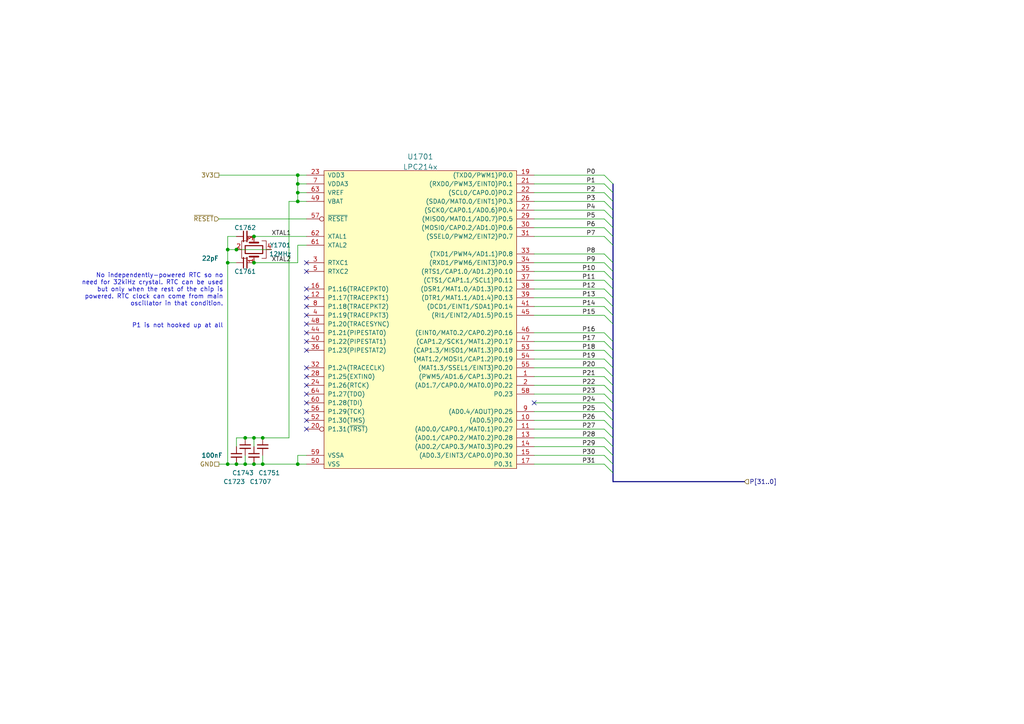
<source format=kicad_sch>
(kicad_sch (version 20211123) (generator eeschema)
  (paper "A4")
  (lib_symbols
    (symbol "Device:C_Small" (pin_numbers hide) (pin_names (offset 0.254) hide)
      (property "Reference" "C" (at 0.254 1.778 0))
      (property "Value" "C_Small" (at 0.254 -2.032 0))
      (symbol "C_Small_0_1"
        (polyline (pts (xy -1.524 -0.508) (xy 1.524 -0.508)) (stroke (width 0.3302)))
        (polyline (pts (xy -1.524 0.508) (xy 1.524 0.508)) (stroke (width 0.3048)))
      )
      (symbol "C_Small_1_1"
        (pin passive line (at 0 2.54 270) (length 2.032) (name "~") (number "1"))
        (pin passive line (at 0 -2.54 90) (length 2.032) (name "~") (number "2"))
      )
    )
    (symbol "Device:Crystal_GND24" (pin_names (offset 1.016) hide)
      (property "Reference" "Y" (at 3.175 5.08 0))
      (property "Value" "Crystal_GND24" (at 3.175 3.175 0))
      (symbol "Crystal_GND24_0_1"
        (rectangle (start -1.143 2.54) (end 1.143 -2.54) (stroke (width 0.3048)))
        (polyline (pts (xy -2.54 0) (xy -2.032 0)))
        (polyline (pts (xy -2.032 -1.27) (xy -2.032 1.27)) (stroke (width 0.508)))
        (polyline (pts (xy 0 -3.81) (xy 0 -3.556)))
        (polyline (pts (xy 0 3.556) (xy 0 3.81)))
        (polyline (pts (xy 2.032 -1.27) (xy 2.032 1.27)) (stroke (width 0.508)))
        (polyline (pts (xy 2.032 0) (xy 2.54 0)))
        (polyline (pts (xy -2.54 -2.286) (xy -2.54 -3.556) (xy 2.54 -3.556) (xy 2.54 -2.286)))
        (polyline (pts (xy -2.54 2.286) (xy -2.54 3.556) (xy 2.54 3.556) (xy 2.54 2.286)))
      )
      (symbol "Crystal_GND24_1_1"
        (pin passive line (at -3.81 0 0) (length 1.27) (name "1") (number "1"))
        (pin passive line (at 0 5.08 270) (length 1.27) (name "2") (number "2"))
        (pin passive line (at 3.81 0 180) (length 1.27) (name "3") (number "3"))
        (pin passive line (at 0 -5.08 90) (length 1.27) (name "4") (number "4"))
      )
    )
    (symbol "KwanSystems:LPC214x" (pin_names (offset 1.016))
      (property "Reference" "U" (at 59.69 35.56 0))
      (property "Value" "LPC214x" (at 10.16 35.56 0))
      (symbol "LPC214x_0_1"
        (rectangle (start 5.08 34.29) (end 60.96 -52.07) (fill (type background)))
      )
      (symbol "LPC214x_1_1"
        (pin bidirectional line (at 66.04 -25.4 180) (length 5.08) (name "(PWM5/AD1.6/CAP1.3)P0.21") (number "1"))
        (pin bidirectional line (at 66.04 -38.1 180) (length 5.08) (name "(AD0.5)P0.26") (number "10"))
        (pin bidirectional line (at 66.04 -40.64 180) (length 5.08) (name "(AD0.0/CAP0.1/MAT0.1)P0.27") (number "11"))
        (pin bidirectional line (at 0 -2.54 0) (length 5.08) (name "P1.17(TRACEPKT1)") (number "12"))
        (pin bidirectional line (at 66.04 -43.18 180) (length 5.08) (name "(AD0.1/CAP0.2/MAT0.2)P0.28") (number "13"))
        (pin bidirectional line (at 66.04 -45.72 180) (length 5.08) (name "(AD0.2/CAP0.3/MAT0.3)P0.29") (number "14"))
        (pin bidirectional line (at 66.04 -48.26 180) (length 5.08) (name "(AD0.3/EINT3/CAP0.0)P0.30") (number "15"))
        (pin bidirectional line (at 0 0 0) (length 5.08) (name "P1.16(TRACEPKT0)") (number "16"))
        (pin bidirectional line (at 66.04 -50.8 180) (length 5.08) (name "P0.31") (number "17"))
        (pin power_in line (at 0 -50.8 0) (length 5.08) hide (name "VSS") (number "18"))
        (pin bidirectional line (at 66.04 33.02 180) (length 5.08) (name "(TXD0/PWM1)P0.0") (number "19"))
        (pin bidirectional line (at 66.04 -27.94 180) (length 5.08) (name "(AD1.7/CAP0.0/MAT0.0)P0.22") (number "2"))
        (pin bidirectional inverted (at 0 -40.64 0) (length 5.08) (name "P1.31(~{TRST})") (number "20"))
        (pin bidirectional line (at 66.04 30.48 180) (length 5.08) (name "(RXD0/PWM3/EINT0)P0.1") (number "21"))
        (pin bidirectional line (at 66.04 27.94 180) (length 5.08) (name "(SCL0/CAP0.0)P0.2") (number "22"))
        (pin power_in line (at 0 33.02 0) (length 5.08) (name "VDD3") (number "23"))
        (pin bidirectional line (at 0 -27.94 0) (length 5.08) (name "P1.26(RTCK)") (number "24"))
        (pin power_in line (at 0 -50.8 0) (length 5.08) hide (name "VSS") (number "25"))
        (pin bidirectional line (at 66.04 25.4 180) (length 5.08) (name "(SDA0/MAT0.0/EINT1)P0.3") (number "26"))
        (pin bidirectional line (at 66.04 22.86 180) (length 5.08) (name "(SCK0/CAP0.1/AD0.6)P0.4") (number "27"))
        (pin bidirectional line (at 0 -25.4 0) (length 5.08) (name "P1.25(EXTIN0)") (number "28"))
        (pin bidirectional line (at 66.04 20.32 180) (length 5.08) (name "(MISO0/MAT0.1/AD0.7)P0.5") (number "29"))
        (pin input line (at 0 7.62 0) (length 5.08) (name "RTXC1") (number "3"))
        (pin bidirectional line (at 66.04 17.78 180) (length 5.08) (name "(MOSI0/CAP0.2/AD1.0)P0.6") (number "30"))
        (pin bidirectional line (at 66.04 15.24 180) (length 5.08) (name "(SSEL0/PWM2/EINT2)P0.7") (number "31"))
        (pin bidirectional line (at 0 -22.86 0) (length 5.08) (name "P1.24(TRACECLK)") (number "32"))
        (pin bidirectional line (at 66.04 10.16 180) (length 5.08) (name "(TXD1/PWM4/AD1.1)P0.8") (number "33"))
        (pin bidirectional line (at 66.04 7.62 180) (length 5.08) (name "(RXD1/PWM6/EINT3)P0.9") (number "34"))
        (pin bidirectional line (at 66.04 5.08 180) (length 5.08) (name "(RTS1/CAP1.0/AD1.2)P0.10") (number "35"))
        (pin bidirectional line (at 0 -17.78 0) (length 5.08) (name "P1.23(PIPESTAT2)") (number "36"))
        (pin bidirectional line (at 66.04 2.54 180) (length 5.08) (name "(CTS1/CAP1.1/SCL1)P0.11") (number "37"))
        (pin bidirectional line (at 66.04 0 180) (length 5.08) (name "(DSR1/MAT1.0/AD1.3)P0.12") (number "38"))
        (pin bidirectional line (at 66.04 -2.54 180) (length 5.08) (name "(DTR1/MAT1.1/AD1.4)P0.13") (number "39"))
        (pin bidirectional line (at 0 -7.62 0) (length 5.08) (name "P1.19(TRACEPKT3)") (number "4"))
        (pin bidirectional line (at 0 -15.24 0) (length 5.08) (name "P1.22(PIPESTAT1)") (number "40"))
        (pin bidirectional line (at 66.04 -5.08 180) (length 5.08) (name "(DCD1/EINT1/SDA1)P0.14") (number "41"))
        (pin power_in line (at 0 -50.8 0) (length 5.08) hide (name "VSS") (number "42"))
        (pin power_in line (at 0 33.02 0) (length 5.08) hide (name "VDD3-2") (number "43"))
        (pin bidirectional line (at 0 -12.7 0) (length 5.08) (name "P1.21(PIPESTAT0)") (number "44"))
        (pin bidirectional line (at 66.04 -7.62 180) (length 5.08) (name "(RI1/EINT2/AD1.5)P0.15") (number "45"))
        (pin bidirectional line (at 66.04 -12.7 180) (length 5.08) (name "(EINT0/MAT0.2/CAP0.2)P0.16") (number "46"))
        (pin bidirectional line (at 66.04 -15.24 180) (length 5.08) (name "(CAP1.2/SCK1/MAT1.2)P0.17") (number "47"))
        (pin bidirectional line (at 0 -10.16 0) (length 5.08) (name "P1.20(TRACESYNC)") (number "48"))
        (pin power_in line (at 0 25.4 0) (length 5.08) (name "VBAT") (number "49"))
        (pin output line (at 0 5.08 0) (length 5.08) (name "RTXC2") (number "5"))
        (pin power_in line (at 0 -50.8 0) (length 5.08) (name "VSS") (number "50"))
        (pin power_in line (at 0 33.02 0) (length 5.08) hide (name "VDD3-3") (number "51"))
        (pin bidirectional line (at 0 -38.1 0) (length 5.08) (name "P1.30(TMS)") (number "52"))
        (pin bidirectional line (at 66.04 -17.78 180) (length 5.08) (name "(CAP1.3/MISO1/MAT1.3)P0.18") (number "53"))
        (pin bidirectional line (at 66.04 -20.32 180) (length 5.08) (name "(MAT1.2/MOSI1/CAP1.2)P0.19") (number "54"))
        (pin bidirectional line (at 66.04 -22.86 180) (length 5.08) (name "(MAT1.3/SSEL1/EINT3)P0.20") (number "55"))
        (pin bidirectional line (at 0 -35.56 0) (length 5.08) (name "P1.29(TCK)") (number "56"))
        (pin input inverted (at 0 20.32 0) (length 5.08) (name "~{RESET}") (number "57"))
        (pin bidirectional line (at 66.04 -30.48 180) (length 5.08) (name "P0.23") (number "58"))
        (pin power_in line (at 0 -48.26 0) (length 5.08) (name "VSSA") (number "59"))
        (pin power_in line (at 0 -50.8 0) (length 5.08) hide (name "VSS") (number "6"))
        (pin bidirectional line (at 0 -33.02 0) (length 5.08) (name "P1.28(TDI)") (number "60"))
        (pin output line (at 0 12.7 0) (length 5.08) (name "XTAL2") (number "61"))
        (pin input line (at 0 15.24 0) (length 5.08) (name "XTAL1") (number "62"))
        (pin input line (at 0 27.94 0) (length 5.08) (name "VREF") (number "63"))
        (pin bidirectional line (at 0 -30.48 0) (length 5.08) (name "P1.27(TDO)") (number "64"))
        (pin power_in line (at 0 30.48 0) (length 5.08) (name "VDDA3") (number "7"))
        (pin bidirectional line (at 0 -5.08 0) (length 5.08) (name "P1.18(TRACEPKT2)") (number "8"))
        (pin bidirectional line (at 66.04 -35.56 180) (length 5.08) (name "(AD0.4/AOUT)P0.25") (number "9"))
      )
    )
  )
  (junction (at 66.04 76.2))
  (junction (at 66.04 134.62))
  (junction (at 71.12 127))
  (junction (at 86.36 53.34))
  (junction (at 86.36 50.8))
  (junction (at 86.36 55.88))
  (junction (at 73.66 76.2))
  (junction (at 86.36 134.62))
  (junction (at 68.58 134.62))
  (junction (at 76.2 127))
  (junction (at 68.58 72.39))
  (junction (at 73.66 68.58))
  (junction (at 73.66 134.62))
  (junction (at 76.2 134.62))
  (junction (at 73.66 127))
  (junction (at 71.12 134.62))
  (junction (at 86.36 58.42))
  (junction (at 66.04 72.39))
  (no_connect (at 88.9 83.82))
  (no_connect (at 88.9 99.06))
  (no_connect (at 88.9 91.44))
  (no_connect (at 88.9 119.38))
  (no_connect (at 88.9 124.46))
  (no_connect (at 88.9 121.92))
  (no_connect (at 88.9 101.6))
  (no_connect (at 154.94 116.84))
  (no_connect (at 88.9 111.76))
  (no_connect (at 88.9 88.9))
  (no_connect (at 88.9 114.3))
  (no_connect (at 88.9 76.2))
  (no_connect (at 88.9 78.74))
  (no_connect (at 88.9 93.98))
  (no_connect (at 88.9 116.84))
  (no_connect (at 88.9 96.52))
  (no_connect (at 88.9 86.36))
  (no_connect (at 88.9 109.22))
  (no_connect (at 88.9 106.68))
  (bus_entry (at 175.26 111.76) (size 2.54 2.54))
  (bus_entry (at 175.26 68.58) (size 2.54 2.54))
  (bus_entry (at 175.26 134.62) (size 2.54 2.54))
  (bus_entry (at 175.26 83.82) (size 2.54 2.54))
  (bus_entry (at 175.26 129.54) (size 2.54 2.54))
  (bus_entry (at 175.26 50.8) (size 2.54 2.54))
  (bus_entry (at 175.26 86.36) (size 2.54 2.54))
  (bus_entry (at 175.26 106.68) (size 2.54 2.54))
  (bus_entry (at 175.26 121.92) (size 2.54 2.54))
  (bus_entry (at 175.26 99.06) (size 2.54 2.54))
  (bus_entry (at 175.26 124.46) (size 2.54 2.54))
  (bus_entry (at 175.26 104.14) (size 2.54 2.54))
  (bus_entry (at 175.26 101.6) (size 2.54 2.54))
  (bus_entry (at 175.26 53.34) (size 2.54 2.54))
  (bus_entry (at 175.26 60.96) (size 2.54 2.54))
  (bus_entry (at 175.26 73.66) (size 2.54 2.54))
  (bus_entry (at 175.26 114.3) (size 2.54 2.54))
  (bus_entry (at 175.26 78.74) (size 2.54 2.54))
  (bus_entry (at 175.26 116.84) (size 2.54 2.54))
  (bus_entry (at 175.26 127) (size 2.54 2.54))
  (bus_entry (at 175.26 58.42) (size 2.54 2.54))
  (bus_entry (at 175.26 55.88) (size 2.54 2.54))
  (bus_entry (at 175.26 132.08) (size 2.54 2.54))
  (bus_entry (at 175.26 76.2) (size 2.54 2.54))
  (bus_entry (at 175.26 109.22) (size 2.54 2.54))
  (bus_entry (at 175.26 81.28) (size 2.54 2.54))
  (bus_entry (at 175.26 88.9) (size 2.54 2.54))
  (bus_entry (at 175.26 63.5) (size 2.54 2.54))
  (bus_entry (at 175.26 119.38) (size 2.54 2.54))
  (bus_entry (at 175.26 96.52) (size 2.54 2.54))
  (bus_entry (at 175.26 66.04) (size 2.54 2.54))
  (bus_entry (at 175.26 91.44) (size 2.54 2.54))
  (wire (pts (xy 154.94 50.8) (xy 175.26 50.8)))
  (bus (pts (xy 177.8 129.54) (xy 177.8 132.08)))
  (wire (pts (xy 66.04 76.2) (xy 66.04 134.62)))
  (wire (pts (xy 154.94 91.44) (xy 175.26 91.44)))
  (bus (pts (xy 177.8 132.08) (xy 177.8 134.62)))
  (wire (pts (xy 86.36 76.2) (xy 73.66 76.2)))
  (bus (pts (xy 177.8 68.58) (xy 177.8 71.12)))
  (bus (pts (xy 177.8 137.16) (xy 177.8 139.7)))
  (wire (pts (xy 154.94 119.38) (xy 175.26 119.38)))
  (bus (pts (xy 177.8 134.62) (xy 177.8 137.16)))
  (wire (pts (xy 86.36 55.88) (xy 86.36 58.42)))
  (wire (pts (xy 68.58 68.58) (xy 66.04 68.58)))
  (wire (pts (xy 154.94 116.84) (xy 175.26 116.84)))
  (wire (pts (xy 154.94 53.34) (xy 175.26 53.34)))
  (wire (pts (xy 154.94 124.46) (xy 175.26 124.46)))
  (wire (pts (xy 68.58 72.39) (xy 78.74 72.39)))
  (wire (pts (xy 76.2 134.62) (xy 86.36 134.62)))
  (wire (pts (xy 68.58 134.62) (xy 71.12 134.62)))
  (bus (pts (xy 177.8 116.84) (xy 177.8 119.38)))
  (bus (pts (xy 177.8 111.76) (xy 177.8 114.3)))
  (bus (pts (xy 177.8 139.7) (xy 215.9 139.7)))
  (wire (pts (xy 154.94 111.76) (xy 175.26 111.76)))
  (wire (pts (xy 154.94 132.08) (xy 175.26 132.08)))
  (bus (pts (xy 177.8 81.28) (xy 177.8 83.82)))
  (wire (pts (xy 86.36 50.8) (xy 86.36 53.34)))
  (bus (pts (xy 177.8 121.92) (xy 177.8 124.46)))
  (wire (pts (xy 66.04 72.39) (xy 68.58 72.39)))
  (bus (pts (xy 177.8 83.82) (xy 177.8 86.36)))
  (wire (pts (xy 154.94 63.5) (xy 175.26 63.5)))
  (bus (pts (xy 177.8 124.46) (xy 177.8 127)))
  (wire (pts (xy 154.94 96.52) (xy 175.26 96.52)))
  (bus (pts (xy 177.8 119.38) (xy 177.8 121.92)))
  (bus (pts (xy 177.8 109.22) (xy 177.8 111.76)))
  (wire (pts (xy 154.94 104.14) (xy 175.26 104.14)))
  (wire (pts (xy 154.94 86.36) (xy 175.26 86.36)))
  (wire (pts (xy 86.36 58.42) (xy 83.82 58.42)))
  (bus (pts (xy 177.8 55.88) (xy 177.8 58.42)))
  (bus (pts (xy 177.8 88.9) (xy 177.8 91.44)))
  (wire (pts (xy 76.2 127) (xy 73.66 127)))
  (wire (pts (xy 86.36 53.34) (xy 86.36 55.88)))
  (bus (pts (xy 177.8 99.06) (xy 177.8 101.6)))
  (wire (pts (xy 154.94 114.3) (xy 175.26 114.3)))
  (wire (pts (xy 68.58 127) (xy 68.58 129.54)))
  (wire (pts (xy 154.94 109.22) (xy 175.26 109.22)))
  (wire (pts (xy 73.66 68.58) (xy 88.9 68.58)))
  (bus (pts (xy 177.8 53.34) (xy 177.8 55.88)))
  (wire (pts (xy 71.12 132.08) (xy 71.12 134.62)))
  (wire (pts (xy 154.94 66.04) (xy 175.26 66.04)))
  (bus (pts (xy 177.8 58.42) (xy 177.8 60.96)))
  (wire (pts (xy 71.12 134.62) (xy 73.66 134.62)))
  (bus (pts (xy 177.8 104.14) (xy 177.8 106.68)))
  (wire (pts (xy 154.94 99.06) (xy 175.26 99.06)))
  (wire (pts (xy 154.94 121.92) (xy 175.26 121.92)))
  (bus (pts (xy 177.8 86.36) (xy 177.8 88.9)))
  (bus (pts (xy 177.8 101.6) (xy 177.8 104.14)))
  (wire (pts (xy 86.36 53.34) (xy 88.9 53.34)))
  (wire (pts (xy 154.94 127) (xy 175.26 127)))
  (wire (pts (xy 86.36 50.8) (xy 88.9 50.8)))
  (bus (pts (xy 177.8 60.96) (xy 177.8 63.5)))
  (bus (pts (xy 177.8 91.44) (xy 177.8 93.98)))
  (bus (pts (xy 177.8 66.04) (xy 177.8 68.58)))
  (wire (pts (xy 86.36 58.42) (xy 88.9 58.42)))
  (bus (pts (xy 177.8 63.5) (xy 177.8 66.04)))
  (bus (pts (xy 177.8 114.3) (xy 177.8 116.84)))
  (bus (pts (xy 177.8 106.68) (xy 177.8 109.22)))
  (wire (pts (xy 86.36 134.62) (xy 88.9 134.62)))
  (wire (pts (xy 154.94 68.58) (xy 175.26 68.58)))
  (wire (pts (xy 86.36 132.08) (xy 86.36 134.62)))
  (wire (pts (xy 154.94 76.2) (xy 175.26 76.2)))
  (wire (pts (xy 154.94 134.62) (xy 175.26 134.62)))
  (wire (pts (xy 154.94 88.9) (xy 175.26 88.9)))
  (wire (pts (xy 154.94 55.88) (xy 175.26 55.88)))
  (wire (pts (xy 154.94 81.28) (xy 175.26 81.28)))
  (wire (pts (xy 86.36 71.12) (xy 86.36 76.2)))
  (wire (pts (xy 88.9 71.12) (xy 86.36 71.12)))
  (wire (pts (xy 63.5 50.8) (xy 86.36 50.8)))
  (wire (pts (xy 154.94 83.82) (xy 175.26 83.82)))
  (wire (pts (xy 154.94 58.42) (xy 175.26 58.42)))
  (wire (pts (xy 71.12 127) (xy 68.58 127)))
  (wire (pts (xy 73.66 127) (xy 71.12 127)))
  (wire (pts (xy 154.94 73.66) (xy 175.26 73.66)))
  (wire (pts (xy 63.5 134.62) (xy 66.04 134.62)))
  (bus (pts (xy 177.8 76.2) (xy 177.8 78.74)))
  (wire (pts (xy 83.82 58.42) (xy 83.82 127)))
  (bus (pts (xy 177.8 93.98) (xy 177.8 99.06)))
  (wire (pts (xy 66.04 68.58) (xy 66.04 72.39)))
  (wire (pts (xy 86.36 55.88) (xy 88.9 55.88)))
  (wire (pts (xy 66.04 134.62) (xy 68.58 134.62)))
  (bus (pts (xy 177.8 78.74) (xy 177.8 81.28)))
  (bus (pts (xy 177.8 127) (xy 177.8 129.54)))
  (bus (pts (xy 177.8 71.12) (xy 177.8 76.2)))
  (wire (pts (xy 154.94 106.68) (xy 175.26 106.68)))
  (wire (pts (xy 76.2 132.08) (xy 76.2 134.62)))
  (wire (pts (xy 154.94 101.6) (xy 175.26 101.6)))
  (wire (pts (xy 66.04 72.39) (xy 66.04 76.2)))
  (wire (pts (xy 88.9 132.08) (xy 86.36 132.08)))
  (wire (pts (xy 154.94 60.96) (xy 175.26 60.96)))
  (wire (pts (xy 83.82 127) (xy 76.2 127)))
  (wire (pts (xy 73.66 127) (xy 73.66 129.54)))
  (wire (pts (xy 63.5 63.5) (xy 88.9 63.5)))
  (wire (pts (xy 154.94 129.54) (xy 175.26 129.54)))
  (wire (pts (xy 73.66 134.62) (xy 76.2 134.62)))
  (wire (pts (xy 154.94 78.74) (xy 175.26 78.74)))
  (wire (pts (xy 66.04 76.2) (xy 68.58 76.2)))
  (text "No independently-powered RTC so no\nneed for 32kiHz crystal. RTC can be used\nbut only when the rest of the chip is\npowered. RTC clock can come from main\noscillator in that condition." (at 64.77 88.9 0) (effects (font (size 1.27 1.27)) (justify right bottom)))
  (text "P1 is not hooked up at all" (at 64.77 95.25 180) (effects (font (size 1.27 1.27)) (justify right bottom)))
  (label "P6" (at 172.72 66.04 180))
  (label "P0" (at 172.72 50.8 180))
  (label "XTAL2" (at 78.74 76.2 0))
  (label "P27" (at 172.72 124.46 180))
  (label "P15" (at 172.72 91.44 180))
  (label "P21" (at 172.72 109.22 180))
  (label "P4" (at 172.72 60.96 180))
  (label "P16" (at 172.72 96.52 180))
  (label "XTAL1" (at 78.74 68.58 0))
  (label "P14" (at 172.72 88.9 180))
  (label "P9" (at 172.72 76.2 180))
  (label "P22" (at 172.72 111.76 180))
  (label "P29" (at 172.72 129.54 180))
  (label "P20" (at 172.72 106.68 180))
  (label "P1" (at 172.72 53.34 180))
  (label "P26" (at 172.72 121.92 180))
  (label "P18" (at 172.72 101.6 180))
  (label "P31" (at 172.72 134.62 180))
  (label "P25" (at 172.72 119.38 180))
  (label "P28" (at 172.72 127 180))
  (label "P8" (at 172.72 73.66 180))
  (label "P7" (at 172.72 68.58 180))
  (label "P23" (at 172.72 114.3 180))
  (label "P17" (at 172.72 99.06 180))
  (label "P19" (at 172.72 104.14 180))
  (label "P10" (at 172.72 78.74 180))
  (label "P2" (at 172.72 55.88 180))
  (label "P24" (at 172.72 116.84 180))
  (label "P12" (at 172.72 83.82 180))
  (label "P30" (at 172.72 132.08 180))
  (label "P5" (at 172.72 63.5 180))
  (label "P11" (at 172.72 81.28 180))
  (label "P13" (at 172.72 86.36 180))
  (label "P3" (at 172.72 58.42 180))
  (hierarchical_label "GND" (shape passive) (at 63.5 134.62 180))
  (hierarchical_label "P[31..0]" (shape input) (at 215.9 139.7 0))
  (hierarchical_label "3V3" (shape passive) (at 63.5 50.8 180))
  (hierarchical_label "~{RESET}" (shape input) (at 63.5 63.5 180))
  (symbol (lib_id "Device:C_Small") (at 76.2 129.54 0) (unit 1)
    (property "Reference" "C1751" (at 74.93 137.16 0) (effects (justify left)))
    (property "Value" "100nF" (at 58.42 132.08 0) (effects (justify left)))
    (property "Footprint" "Capacitor_SMD:C_0402_1005Metric" (effects hide))
  )
  (symbol (lib_id "Device:C_Small") (at 71.12 76.2 90) (unit 1)
    (property "Reference" "C1761" (at 71.12 78.74 90))
    (property "Value" "22pF" (at 60.96 74.93 90))
    (property "Footprint" "Capacitor_SMD:C_0402_1005Metric" (effects hide))
  )
  (symbol (lib_id "Device:C_Small") (at 68.58 132.08 0) (unit 1)
    (property "Reference" "C1723" (at 64.77 139.7 0) (effects (justify left)))
    (property "Value" "100nF" (at 58.42 132.08 0) (effects (justify left)))
    (property "Footprint" "Capacitor_SMD:C_0402_1005Metric" (effects hide))
  )
  (symbol (lib_id "Device:C_Small") (at 71.12 129.54 0) (unit 1)
    (property "Reference" "C1743" (at 67.31 137.16 0) (effects (justify left)))
    (property "Value" "100nF" (at 58.42 132.08 0) (effects (justify left)))
    (property "Footprint" "Capacitor_SMD:C_0402_1005Metric" (effects hide))
  )
  (symbol (lib_id "Device:Crystal_GND24") (at 73.66 72.39 90) (unit 1)
    (property "Reference" "Y1701" (at 81.28 71.12 90))
    (property "Value" "12MHz" (at 81.28 73.66 90))
    (property "Footprint" "Crystal:Crystal_SMD_Abracon_ABM8G-4Pin_3.2x2.5mm" (effects hide))
    (property "Datasheet" "https://abracon.com/Resonators/ABM8G.pdf" (effects hide))
    (property "Digikey" "535-14128-1-ND" (effects hide))
    (property "Part Number" "ABM8G-12.000MHZ-17-D2Y" (effects hide))
    (property "Load Capacitance" "18pF" (effects hide))
    (property "Temperature Range" "D - -40C ~ +85C" (effects hide))
    (property "Freq Tolerance" "2 - +/-20ppm" (effects hide))
    (property "Freq Stability" "Y - +/-30ppm" (effects hide))
  )
  (symbol (lib_id "Device:C_Small") (at 73.66 132.08 0) (unit 1)
    (property "Reference" "C1707" (at 72.39 139.7 0) (effects (justify left)))
    (property "Value" "100nF" (at 58.42 132.08 0) (effects (justify left)))
    (property "Footprint" "Capacitor_SMD:C_0402_1005Metric" (effects hide))
  )
  (symbol (lib_id "KwanSystems:LPC214x") (at 88.9 83.82 0) (unit 1)
    (property "Reference" "U1701" (at 121.92 45.4459 0) (effects (font (size 1.524 1.524))))
    (property "Value" "LPC214x" (at 121.92 48.4393 0) (effects (font (size 1.524 1.524))))
    (property "Footprint" "Package_QFP:LQFP-64_10x10mm_P0.5mm" (effects hide))
  )
  (symbol (lib_id "Device:C_Small") (at 71.12 68.58 90) (unit 1)
    (property "Reference" "C1762" (at 71.12 66.04 90))
    (property "Value" "22pF" (at 60.96 74.93 90))
    (property "Footprint" "Capacitor_SMD:C_0402_1005Metric" (effects hide))
  )
)
</source>
